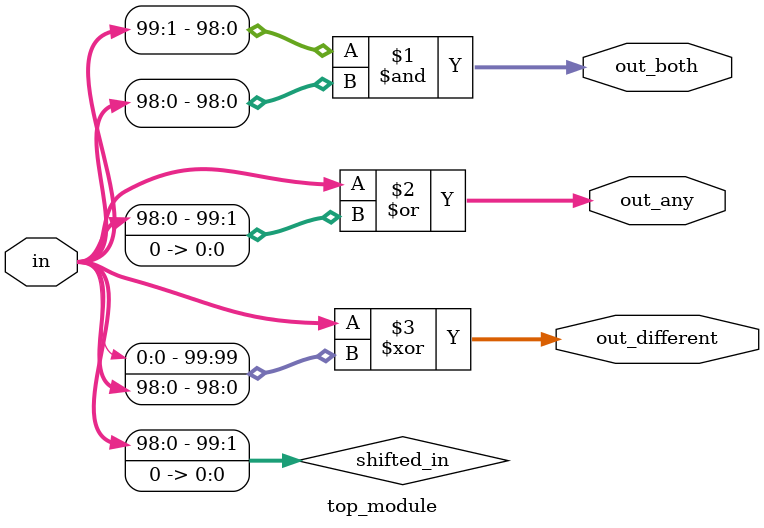
<source format=sv>
module top_module (
    input [99:0] in,
    output [98:0] out_both,
    output [99:0] out_any,
    output [99:0] out_different
);

    wire [99:0] shifted_in = {in[98:0], 1'b0};

    assign out_both = in[99:1] & in[98:0];
    assign out_any = in | shifted_in;
    assign out_different = in ^ {in[0], shifted_in[99:1]};

endmodule

</source>
